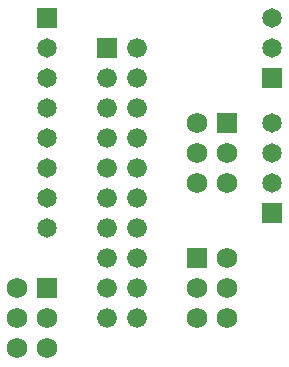
<source format=gbs>
G04 Layer_Color=16711935*
%FSLAX25Y25*%
%MOIN*%
G70*
G01*
G75*
%ADD32C,0.06899*%
%ADD33R,0.06899X0.06899*%
%ADD34C,0.06506*%
%ADD35R,0.06506X0.06506*%
%ADD36C,0.06584*%
%ADD37R,0.06584X0.06584*%
D32*
X400000Y280000D02*
D03*
X390000Y260000D02*
D03*
Y270000D02*
D03*
X400000D02*
D03*
Y260000D02*
D03*
X330000Y270000D02*
D03*
X340000Y250000D02*
D03*
Y260000D02*
D03*
X330000D02*
D03*
Y250000D02*
D03*
X390000Y325000D02*
D03*
X400000Y305000D02*
D03*
Y315000D02*
D03*
X390000D02*
D03*
Y305000D02*
D03*
D33*
Y280000D02*
D03*
X340000Y270000D02*
D03*
X400000Y325000D02*
D03*
D34*
X415000D02*
D03*
Y315000D02*
D03*
Y305000D02*
D03*
Y350000D02*
D03*
Y360000D02*
D03*
X340000Y350000D02*
D03*
Y340000D02*
D03*
Y330000D02*
D03*
Y320000D02*
D03*
Y310000D02*
D03*
Y300000D02*
D03*
Y290000D02*
D03*
D35*
X415000Y295000D02*
D03*
Y340000D02*
D03*
X340000Y360000D02*
D03*
D36*
X370000Y260000D02*
D03*
X360000D02*
D03*
X370000Y270000D02*
D03*
X360000D02*
D03*
X370000Y280000D02*
D03*
X360000D02*
D03*
X370000Y290000D02*
D03*
X360000D02*
D03*
X370000Y300000D02*
D03*
X360000D02*
D03*
X370000Y310000D02*
D03*
X360000D02*
D03*
X370000Y320000D02*
D03*
X360000D02*
D03*
X370000Y330000D02*
D03*
X360000D02*
D03*
X370000Y340000D02*
D03*
X360000D02*
D03*
X370000Y350000D02*
D03*
D37*
X360000D02*
D03*
M02*

</source>
